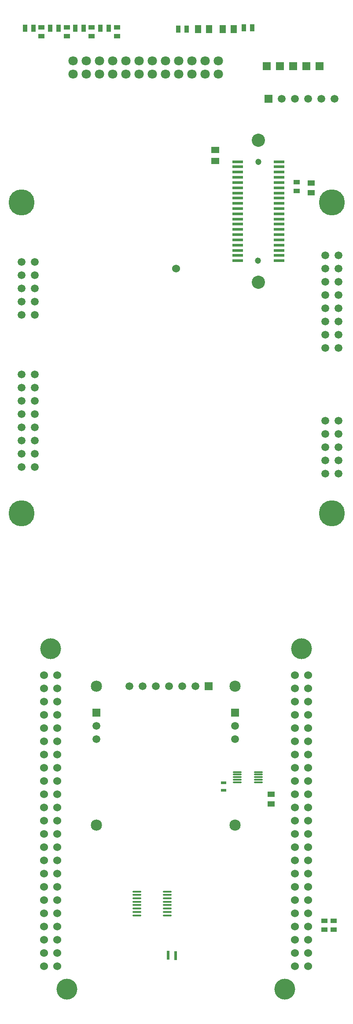
<source format=gbr>
G04 Layer_Color=255*
%FSLAX26Y26*%
%MOIN*%
%TF.FileFunction,Pads,Bot*%
%TF.Part,Single*%
G01*
G75*
%TA.AperFunction,SMDPad,CuDef*%
%ADD10R,0.051181X0.033465*%
%ADD12R,0.055118X0.041339*%
%TA.AperFunction,ViaPad*%
%ADD19C,0.060000*%
%TA.AperFunction,ComponentPad*%
%ADD20R,0.060000X0.060000*%
%TA.AperFunction,ViaPad*%
%ADD21C,0.196850*%
%ADD22C,0.196850*%
%ADD23C,0.085000*%
%TA.AperFunction,ComponentPad*%
%ADD24C,0.157480*%
%ADD25C,0.060000*%
%ADD26C,0.059055*%
%ADD27R,0.059055X0.059055*%
%ADD28R,0.059055X0.059055*%
%ADD29C,0.100000*%
%ADD30C,0.047000*%
%ADD31C,0.070866*%
%TA.AperFunction,SMDPad,CuDef*%
%ADD34R,0.049213X0.059055*%
%ADD35R,0.037402X0.053150*%
%ADD36R,0.019685X0.066929*%
%ADD37R,0.019685X0.070866*%
%ADD38O,0.066929X0.011811*%
%ADD39O,0.072835X0.013780*%
%ADD40R,0.078740X0.024000*%
%ADD41R,0.059055X0.049213*%
%ADD42R,0.043307X0.023622*%
D10*
X2085535Y2501465D02*
D03*
X2085535Y2434535D02*
D03*
X345000Y3673465D02*
D03*
X345000Y3606535D02*
D03*
X530000Y3673465D02*
D03*
X530000Y3606535D02*
D03*
X725000Y3673465D02*
D03*
X725000Y3606535D02*
D03*
X150000Y3673465D02*
D03*
X150000Y3606535D02*
D03*
X2294196Y-3081213D02*
D03*
X2294196Y-3148141D02*
D03*
X2365064Y-3148141D02*
D03*
X2365064Y-3081213D02*
D03*
D12*
X1890000Y-2122598D02*
D03*
X1890000Y-2197401D02*
D03*
X2195772Y2422725D02*
D03*
X2195772Y2497527D02*
D03*
D19*
X1170000Y1850000D02*
D03*
D20*
X2157519Y3378676D02*
D03*
X2057519Y3378676D02*
D03*
X1957519Y3378676D02*
D03*
X1857519Y3378676D02*
D03*
X2257519Y3378676D02*
D03*
D21*
X0Y2350000D02*
D03*
X2350000Y2350000D02*
D03*
X2350000Y0D02*
D03*
D22*
X0Y0D02*
D03*
D23*
X568149Y-2358322D02*
D03*
X1618149Y-1308322D02*
D03*
X1618149Y-2358322D02*
D03*
X568149Y-1308322D02*
D03*
D24*
X220000Y-1022500D02*
D03*
X2120000Y-1022500D02*
D03*
X1995000Y-3597500D02*
D03*
X345000Y-3597500D02*
D03*
D25*
X270000Y-1222500D02*
D03*
X270000Y-1322500D02*
D03*
X270000Y-1422500D02*
D03*
X270000Y-1522500D02*
D03*
X270000Y-1622500D02*
D03*
X270000Y-1722500D02*
D03*
X270000Y-1822500D02*
D03*
X270000Y-1922500D02*
D03*
X270000Y-2022500D02*
D03*
X270000Y-2122500D02*
D03*
X270000Y-2222500D02*
D03*
X270000Y-2322500D02*
D03*
X270000Y-2422500D02*
D03*
X270000Y-2522500D02*
D03*
X270000Y-2622500D02*
D03*
X270000Y-2722500D02*
D03*
X270000Y-2822500D02*
D03*
X270000Y-2922500D02*
D03*
X270000Y-3022500D02*
D03*
X270000Y-3122500D02*
D03*
X270000Y-3222500D02*
D03*
X270000Y-3322500D02*
D03*
X270000Y-3422500D02*
D03*
X170000Y-1322500D02*
D03*
X170000Y-1422500D02*
D03*
X170000Y-1522500D02*
D03*
X170000Y-1622500D02*
D03*
X170000Y-1722500D02*
D03*
X170000Y-1822500D02*
D03*
X170000Y-1922500D02*
D03*
X170000Y-2022500D02*
D03*
X170000Y-2122500D02*
D03*
X170000Y-2222500D02*
D03*
X170000Y-2322500D02*
D03*
X170000Y-2422500D02*
D03*
X170000Y-2522500D02*
D03*
X170000Y-2622500D02*
D03*
X170000Y-2722500D02*
D03*
X170000Y-2822500D02*
D03*
X170000Y-2922500D02*
D03*
X170000Y-3022500D02*
D03*
X170000Y-3122500D02*
D03*
X170000Y-3222500D02*
D03*
X170000Y-3322500D02*
D03*
X170000Y-3422500D02*
D03*
X2070000Y-1222500D02*
D03*
X2170000Y-1222500D02*
D03*
X2170000Y-1322500D02*
D03*
X2170000Y-1422500D02*
D03*
X2170000Y-1522500D02*
D03*
X2170000Y-1622500D02*
D03*
X2170000Y-1722500D02*
D03*
X2170000Y-1822500D02*
D03*
X2170000Y-1922500D02*
D03*
X2170000Y-2022500D02*
D03*
X2170000Y-2122500D02*
D03*
X2170000Y-2222500D02*
D03*
X2170000Y-2322500D02*
D03*
X2170000Y-2422500D02*
D03*
X2170000Y-2522500D02*
D03*
X2170000Y-2622500D02*
D03*
X2170000Y-2722500D02*
D03*
X2170000Y-2822500D02*
D03*
X2170000Y-2922500D02*
D03*
X2170000Y-3022500D02*
D03*
X2170000Y-3122500D02*
D03*
X2170000Y-3222500D02*
D03*
X2170000Y-3322500D02*
D03*
X2170000Y-3422500D02*
D03*
X2070000Y-1322500D02*
D03*
X2070000Y-1422500D02*
D03*
X2070000Y-1522500D02*
D03*
X2070000Y-1622500D02*
D03*
X2070000Y-1722500D02*
D03*
X2070000Y-1822500D02*
D03*
X2070000Y-1922500D02*
D03*
X2070000Y-2022500D02*
D03*
X2070000Y-2122500D02*
D03*
X2070000Y-2222500D02*
D03*
X2070000Y-2322500D02*
D03*
X2070000Y-2422500D02*
D03*
X2070000Y-2522500D02*
D03*
X2070000Y-2622500D02*
D03*
X2070000Y-2722500D02*
D03*
X2070000Y-2822500D02*
D03*
X2070000Y-2922500D02*
D03*
X2070000Y-3022500D02*
D03*
X2070000Y-3122500D02*
D03*
X2070000Y-3222500D02*
D03*
X2070000Y-3322500D02*
D03*
X2070000Y-3422500D02*
D03*
X170000Y-1222500D02*
D03*
D26*
X100000Y350000D02*
D03*
X100000Y450000D02*
D03*
X100000Y550000D02*
D03*
X0Y350000D02*
D03*
X0Y450000D02*
D03*
X0Y550000D02*
D03*
X100000Y650000D02*
D03*
X100000Y750000D02*
D03*
X100000Y850000D02*
D03*
X100000Y950000D02*
D03*
X100000Y1050000D02*
D03*
X0Y650000D02*
D03*
X0Y750000D02*
D03*
X0Y850000D02*
D03*
X0Y950000D02*
D03*
X0Y1050000D02*
D03*
X2400000Y1250000D02*
D03*
X2400000Y1350000D02*
D03*
X2400000Y1450000D02*
D03*
X2300000Y1250000D02*
D03*
X2300000Y1350000D02*
D03*
X2300000Y1450000D02*
D03*
X2400000Y1550000D02*
D03*
X2400000Y1650000D02*
D03*
X2400000Y1750000D02*
D03*
X2400000Y1850000D02*
D03*
X2400000Y1950000D02*
D03*
X2300000Y1550000D02*
D03*
X2300000Y1650000D02*
D03*
X2300000Y1750000D02*
D03*
X2300000Y1850000D02*
D03*
X2300000Y1950000D02*
D03*
X2371999Y3133000D02*
D03*
X2271999Y3133000D02*
D03*
X2171999Y3133000D02*
D03*
X2071999Y3133000D02*
D03*
X1971999Y3133000D02*
D03*
X1218149Y-1308322D02*
D03*
X1318149Y-1308322D02*
D03*
X1118149Y-1308322D02*
D03*
X1018149Y-1308322D02*
D03*
X918149Y-1308322D02*
D03*
X818149Y-1308322D02*
D03*
X1618149Y-1708322D02*
D03*
X1618149Y-1608322D02*
D03*
X568149Y-1708322D02*
D03*
X568149Y-1608322D02*
D03*
X2300000Y300000D02*
D03*
X2300000Y400000D02*
D03*
X2300000Y500000D02*
D03*
X2300000Y600000D02*
D03*
X2300000Y700000D02*
D03*
X2400000Y300000D02*
D03*
X2400000Y400000D02*
D03*
X2400000Y500000D02*
D03*
X2400000Y600000D02*
D03*
X2400000Y700000D02*
D03*
X0Y1500000D02*
D03*
X0Y1600000D02*
D03*
X0Y1700000D02*
D03*
X0Y1800000D02*
D03*
X0Y1900000D02*
D03*
X100000Y1500000D02*
D03*
X100000Y1600000D02*
D03*
X100000Y1700000D02*
D03*
X100000Y1800000D02*
D03*
X100000Y1900000D02*
D03*
D27*
X1871999Y3133000D02*
D03*
X1418149Y-1308322D02*
D03*
D28*
X1618149Y-1508322D02*
D03*
X568149Y-1508322D02*
D03*
D29*
X1794197Y1746760D02*
D03*
X1794197Y2819160D02*
D03*
D30*
X1794197Y2657260D02*
D03*
X1792597Y1908660D02*
D03*
D31*
X1390000Y3320000D02*
D03*
X1390000Y3420000D02*
D03*
X1290000Y3420000D02*
D03*
X1190000Y3420000D02*
D03*
X1090000Y3420000D02*
D03*
X990000Y3420000D02*
D03*
X890000Y3420000D02*
D03*
X790000Y3420000D02*
D03*
X690000Y3420000D02*
D03*
X590000Y3420000D02*
D03*
X490000Y3420000D02*
D03*
X390000Y3420000D02*
D03*
X1290000Y3320000D02*
D03*
X1190000Y3320000D02*
D03*
X1090000Y3320000D02*
D03*
X990000Y3320000D02*
D03*
X890000Y3320000D02*
D03*
X790000Y3320000D02*
D03*
X690000Y3320000D02*
D03*
X590000Y3320000D02*
D03*
X490000Y3320000D02*
D03*
X390000Y3320000D02*
D03*
X1490000Y3420000D02*
D03*
X1490000Y3320000D02*
D03*
D34*
X1421339Y3659000D02*
D03*
X1338661Y3659000D02*
D03*
X1608855Y3658677D02*
D03*
X1526179Y3658677D02*
D03*
D35*
X1251496Y3659000D02*
D03*
X1188504Y3659000D02*
D03*
X1749015Y3668676D02*
D03*
X1686023Y3668676D02*
D03*
X218504Y3664999D02*
D03*
X281496Y3664999D02*
D03*
X408504Y3664999D02*
D03*
X471496Y3664999D02*
D03*
X598504Y3664999D02*
D03*
X661496Y3664999D02*
D03*
X28504Y3665001D02*
D03*
X91496Y3665001D02*
D03*
D36*
X1110472Y-3341024D02*
D03*
D37*
X1169528Y-3342992D02*
D03*
D38*
X1795709Y-1955630D02*
D03*
X1795709Y-1975315D02*
D03*
X1795709Y-1995000D02*
D03*
X1795709Y-2014685D02*
D03*
X1795709Y-2034370D02*
D03*
X1634291Y-1955630D02*
D03*
X1634291Y-1975315D02*
D03*
X1634291Y-1995000D02*
D03*
X1634291Y-2014685D02*
D03*
X1634291Y-2034370D02*
D03*
D39*
X1106205Y-2859755D02*
D03*
X1106205Y-2885347D02*
D03*
X1106205Y-2910937D02*
D03*
X1106205Y-2936527D02*
D03*
X1106205Y-2962117D02*
D03*
X1106205Y-2987709D02*
D03*
X1106205Y-3013299D02*
D03*
X1106205Y-3038889D02*
D03*
X875889Y-2859755D02*
D03*
X875889Y-2885347D02*
D03*
X875889Y-2910937D02*
D03*
X875889Y-2936527D02*
D03*
X875889Y-2962117D02*
D03*
X875889Y-2987709D02*
D03*
X875889Y-3013299D02*
D03*
X875889Y-3038889D02*
D03*
D40*
X1636597Y2657260D02*
D03*
X1636597Y2617860D02*
D03*
X1636597Y2578460D02*
D03*
X1636597Y2539060D02*
D03*
X1636597Y2499660D02*
D03*
X1636597Y2460260D02*
D03*
X1636597Y2420860D02*
D03*
X1636597Y2381460D02*
D03*
X1636597Y2342060D02*
D03*
X1636597Y2302660D02*
D03*
X1636597Y2263260D02*
D03*
X1636597Y2223860D02*
D03*
X1636597Y2184460D02*
D03*
X1636597Y2145060D02*
D03*
X1636597Y2105660D02*
D03*
X1636597Y2066260D02*
D03*
X1636597Y2026860D02*
D03*
X1636597Y1987460D02*
D03*
X1636597Y1948060D02*
D03*
X1636597Y1908660D02*
D03*
X1951797Y2657260D02*
D03*
X1951797Y2617860D02*
D03*
X1951797Y2578460D02*
D03*
X1951797Y2539060D02*
D03*
X1951797Y2499660D02*
D03*
X1951797Y2460260D02*
D03*
X1951797Y2420860D02*
D03*
X1951797Y2381460D02*
D03*
X1951797Y2342060D02*
D03*
X1951797Y2302660D02*
D03*
X1951797Y2263260D02*
D03*
X1951797Y2223860D02*
D03*
X1951797Y2184460D02*
D03*
X1951797Y2145060D02*
D03*
X1951797Y2105660D02*
D03*
X1951797Y2066260D02*
D03*
X1951797Y2026860D02*
D03*
X1951797Y1987460D02*
D03*
X1951797Y1948060D02*
D03*
X1951797Y1908660D02*
D03*
D03*
D41*
X1467424Y2662881D02*
D03*
X1467424Y2745559D02*
D03*
D42*
X1532519Y-2038765D02*
D03*
X1532519Y-2093883D02*
D03*
%TF.MD5,7aebdb2145bc36a92e44d499d04725cb*%
M02*

</source>
